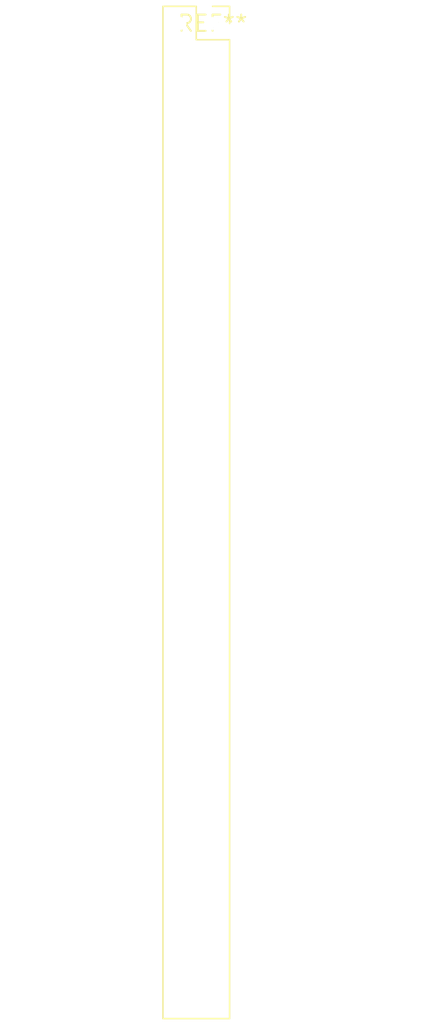
<source format=kicad_pcb>
(kicad_pcb (version 20240108) (generator pcbnew)
  (layers (0 "F.Cu" signal) (31 "B.Cu" signal) (34 "B.Paste" user) (35 "F.Paste" user) (36 "B.SilkS" user "B.Silkscreen") (37 "F.SilkS" user "F.Silkscreen") (38 "B.Mask" user) (39 "F.Mask" user) (44 "Edge.Cuts" user))
  (net 0 "")
  (footprint "PinSocket_2x31_P2.54mm_Vertical" (layer "F.Cu") (at 0 0)
    (property "Reference" "REF**")
    (property "Value" "PinSocket_2x31_P2.54mm_Vertical")
    (fp_line (start -3.87 -1.33) (end -3.87 77.53) (layer "F.SilkS") (stroke (width 0.12)))
    (fp_line (start -3.87 -1.33) (end -1.27 -1.33) (layer "F.SilkS") (stroke (width 0.12)))
    (fp_line (start -3.87 77.53) (end 1.33 77.53) (layer "F.SilkS") (stroke (width 0.12)))
    (fp_line (start -1.27 -1.33) (end -1.27 1.27) (layer "F.SilkS") (stroke (width 0.12)))
    (fp_line (start -1.27 1.27) (end 1.33 1.27) (layer "F.SilkS") (stroke (width 0.12)))
    (fp_line (start 0 -1.33) (end 1.33 -1.33) (layer "F.SilkS") (stroke (width 0.12)))
    (fp_line (start 1.33 -1.33) (end 1.33 0) (layer "F.SilkS") (stroke (width 0.12)))
    (fp_line (start 1.33 1.27) (end 1.33 77.53) (layer "F.SilkS") (stroke (width 0.12)))
    (pad "1" thru_hole rect (at 0 0) (size 1.7 1.7) (drill 1) (layers *.Cu *.Mask) (remove_unused_layers))
    (pad "2" thru_hole oval (at -2.54 0) (size 1.7 1.7) (drill 1) (layers *.Cu *.Mask) (remove_unused_layers))
    (pad "3" thru_hole oval (at 0 2.54) (size 1.7 1.7) (drill 1) (layers *.Cu *.Mask) (remove_unused_layers))
    (pad "4" thru_hole oval (at -2.54 2.54) (size 1.7 1.7) (drill 1) (layers *.Cu *.Mask) (remove_unused_layers))
    (pad "5" thru_hole oval (at 0 5.08) (size 1.7 1.7) (drill 1) (layers *.Cu *.Mask) (remove_unused_layers))
    (pad "6" thru_hole oval (at -2.54 5.08) (size 1.7 1.7) (drill 1) (layers *.Cu *.Mask) (remove_unused_layers))
    (pad "7" thru_hole oval (at 0 7.62) (size 1.7 1.7) (drill 1) (layers *.Cu *.Mask) (remove_unused_layers))
    (pad "8" thru_hole oval (at -2.54 7.62) (size 1.7 1.7) (drill 1) (layers *.Cu *.Mask) (remove_unused_layers))
    (pad "9" thru_hole oval (at 0 10.16) (size 1.7 1.7) (drill 1) (layers *.Cu *.Mask) (remove_unused_layers))
    (pad "10" thru_hole oval (at -2.54 10.16) (size 1.7 1.7) (drill 1) (layers *.Cu *.Mask) (remove_unused_layers))
    (pad "11" thru_hole oval (at 0 12.7) (size 1.7 1.7) (drill 1) (layers *.Cu *.Mask) (remove_unused_layers))
    (pad "12" thru_hole oval (at -2.54 12.7) (size 1.7 1.7) (drill 1) (layers *.Cu *.Mask) (remove_unused_layers))
    (pad "13" thru_hole oval (at 0 15.24) (size 1.7 1.7) (drill 1) (layers *.Cu *.Mask) (remove_unused_layers))
    (pad "14" thru_hole oval (at -2.54 15.24) (size 1.7 1.7) (drill 1) (layers *.Cu *.Mask) (remove_unused_layers))
    (pad "15" thru_hole oval (at 0 17.78) (size 1.7 1.7) (drill 1) (layers *.Cu *.Mask) (remove_unused_layers))
    (pad "16" thru_hole oval (at -2.54 17.78) (size 1.7 1.7) (drill 1) (layers *.Cu *.Mask) (remove_unused_layers))
    (pad "17" thru_hole oval (at 0 20.32) (size 1.7 1.7) (drill 1) (layers *.Cu *.Mask) (remove_unused_layers))
    (pad "18" thru_hole oval (at -2.54 20.32) (size 1.7 1.7) (drill 1) (layers *.Cu *.Mask) (remove_unused_layers))
    (pad "19" thru_hole oval (at 0 22.86) (size 1.7 1.7) (drill 1) (layers *.Cu *.Mask) (remove_unused_layers))
    (pad "20" thru_hole oval (at -2.54 22.86) (size 1.7 1.7) (drill 1) (layers *.Cu *.Mask) (remove_unused_layers))
    (pad "21" thru_hole oval (at 0 25.4) (size 1.7 1.7) (drill 1) (layers *.Cu *.Mask) (remove_unused_layers))
    (pad "22" thru_hole oval (at -2.54 25.4) (size 1.7 1.7) (drill 1) (layers *.Cu *.Mask) (remove_unused_layers))
    (pad "23" thru_hole oval (at 0 27.94) (size 1.7 1.7) (drill 1) (layers *.Cu *.Mask) (remove_unused_layers))
    (pad "24" thru_hole oval (at -2.54 27.94) (size 1.7 1.7) (drill 1) (layers *.Cu *.Mask) (remove_unused_layers))
    (pad "25" thru_hole oval (at 0 30.48) (size 1.7 1.7) (drill 1) (layers *.Cu *.Mask) (remove_unused_layers))
    (pad "26" thru_hole oval (at -2.54 30.48) (size 1.7 1.7) (drill 1) (layers *.Cu *.Mask) (remove_unused_layers))
    (pad "27" thru_hole oval (at 0 33.02) (size 1.7 1.7) (drill 1) (layers *.Cu *.Mask) (remove_unused_layers))
    (pad "28" thru_hole oval (at -2.54 33.02) (size 1.7 1.7) (drill 1) (layers *.Cu *.Mask) (remove_unused_layers))
    (pad "29" thru_hole oval (at 0 35.56) (size 1.7 1.7) (drill 1) (layers *.Cu *.Mask) (remove_unused_layers))
    (pad "30" thru_hole oval (at -2.54 35.56) (size 1.7 1.7) (drill 1) (layers *.Cu *.Mask) (remove_unused_layers))
    (pad "31" thru_hole oval (at 0 38.1) (size 1.7 1.7) (drill 1) (layers *.Cu *.Mask) (remove_unused_layers))
    (pad "32" thru_hole oval (at -2.54 38.1) (size 1.7 1.7) (drill 1) (layers *.Cu *.Mask) (remove_unused_layers))
    (pad "33" thru_hole oval (at 0 40.64) (size 1.7 1.7) (drill 1) (layers *.Cu *.Mask) (remove_unused_layers))
    (pad "34" thru_hole oval (at -2.54 40.64) (size 1.7 1.7) (drill 1) (layers *.Cu *.Mask) (remove_unused_layers))
    (pad "35" thru_hole oval (at 0 43.18) (size 1.7 1.7) (drill 1) (layers *.Cu *.Mask) (remove_unused_layers))
    (pad "36" thru_hole oval (at -2.54 43.18) (size 1.7 1.7) (drill 1) (layers *.Cu *.Mask) (remove_unused_layers))
    (pad "37" thru_hole oval (at 0 45.72) (size 1.7 1.7) (drill 1) (layers *.Cu *.Mask) (remove_unused_layers))
    (pad "38" thru_hole oval (at -2.54 45.72) (size 1.7 1.7) (drill 1) (layers *.Cu *.Mask) (remove_unused_layers))
    (pad "39" thru_hole oval (at 0 48.26) (size 1.7 1.7) (drill 1) (layers *.Cu *.Mask) (remove_unused_layers))
    (pad "40" thru_hole oval (at -2.54 48.26) (size 1.7 1.7) (drill 1) (layers *.Cu *.Mask) (remove_unused_layers))
    (pad "41" thru_hole oval (at 0 50.8) (size 1.7 1.7) (drill 1) (layers *.Cu *.Mask) (remove_unused_layers))
    (pad "42" thru_hole oval (at -2.54 50.8) (size 1.7 1.7) (drill 1) (layers *.Cu *.Mask) (remove_unused_layers))
    (pad "43" thru_hole oval (at 0 53.34) (size 1.7 1.7) (drill 1) (layers *.Cu *.Mask) (remove_unused_layers))
    (pad "44" thru_hole oval (at -2.54 53.34) (size 1.7 1.7) (drill 1) (layers *.Cu *.Mask) (remove_unused_layers))
    (pad "45" thru_hole oval (at 0 55.88) (size 1.7 1.7) (drill 1) (layers *.Cu *.Mask) (remove_unused_layers))
    (pad "46" thru_hole oval (at -2.54 55.88) (size 1.7 1.7) (drill 1) (layers *.Cu *.Mask) (remove_unused_layers))
    (pad "47" thru_hole oval (at 0 58.42) (size 1.7 1.7) (drill 1) (layers *.Cu *.Mask) (remove_unused_layers))
    (pad "48" thru_hole oval (at -2.54 58.42) (size 1.7 1.7) (drill 1) (layers *.Cu *.Mask) (remove_unused_layers))
    (pad "49" thru_hole oval (at 0 60.96) (size 1.7 1.7) (drill 1) (layers *.Cu *.Mask) (remove_unused_layers))
    (pad "50" thru_hole oval (at -2.54 60.96) (size 1.7 1.7) (drill 1) (layers *.Cu *.Mask) (remove_unused_layers))
    (pad "51" thru_hole oval (at 0 63.5) (size 1.7 1.7) (drill 1) (layers *.Cu *.Mask) (remove_unused_layers))
    (pad "52" thru_hole oval (at -2.54 63.5) (size 1.7 1.7) (drill 1) (layers *.Cu *.Mask) (remove_unused_layers))
    (pad "53" thru_hole oval (at 0 66.04) (size 1.7 1.7) (drill 1) (layers *.Cu *.Mask) (remove_unused_layers))
    (pad "54" thru_hole oval (at -2.54 66.04) (size 1.7 1.7) (drill 1) (layers *.Cu *.Mask) (remove_unused_layers))
    (pad "55" thru_hole oval (at 0 68.58) (size 1.7 1.7) (drill 1) (layers *.Cu *.Mask) (remove_unused_layers))
    (pad "56" thru_hole oval (at -2.54 68.58) (size 1.7 1.7) (drill 1) (layers *.Cu *.Mask) (remove_unused_layers))
    (pad "57" thru_hole oval (at 0 71.12) (size 1.7 1.7) (drill 1) (layers *.Cu *.Mask) (remove_unused_layers))
    (pad "58" thru_hole oval (at -2.54 71.12) (size 1.7 1.7) (drill 1) (layers *.Cu *.Mask) (remove_unused_layers))
    (pad "59" thru_hole oval (at 0 73.66) (size 1.7 1.7) (drill 1) (layers *.Cu *.Mask) (remove_unused_layers))
    (pad "60" thru_hole oval (at -2.54 73.66) (size 1.7 1.7) (drill 1) (layers *.Cu *.Mask) (remove_unused_layers))
    (pad "61" thru_hole oval (at 0 76.2) (size 1.7 1.7) (drill 1) (layers *.Cu *.Mask) (remove_unused_layers))
    (pad "62" thru_hole oval (at -2.54 76.2) (size 1.7 1.7) (drill 1) (layers *.Cu *.Mask) (remove_unused_layers))
  )
)
</source>
